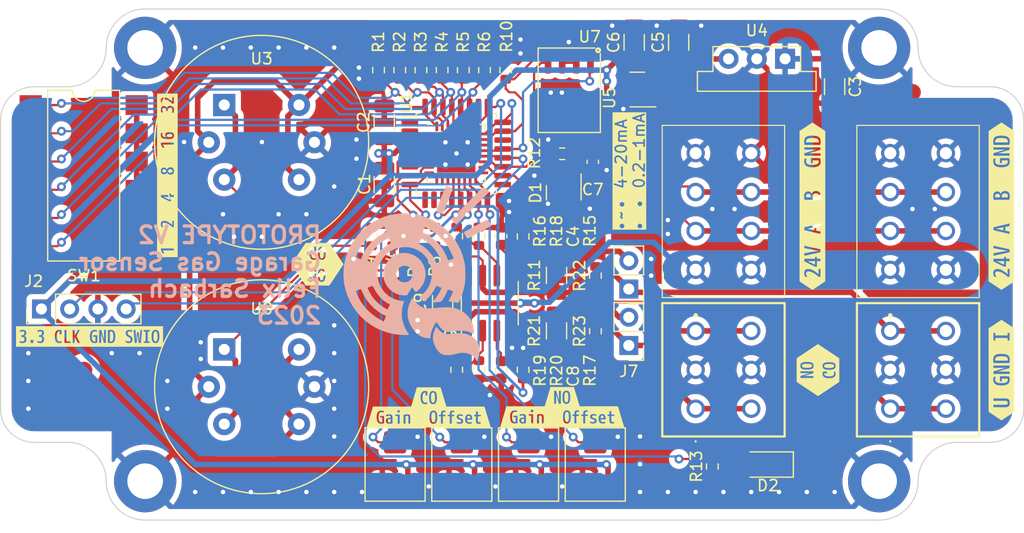
<source format=kicad_pcb>
(kicad_pcb (version 20221018) (generator pcbnew)
  (layers (0 "F.Cu" signal) (31 "B.Cu" signal) (34 "B.Paste" user) (35 "F.Paste" user) (36 "B.SilkS" user "B.Silkscreen") (37 "F.SilkS" user "F.Silkscreen") (38 "B.Mask" user) (39 "F.Mask" user) (44 "Edge.Cuts" user))
  (net 0 "")
  (net 1 "Net-(D2-A)")
  (net 2 "GND")
  (net 3 "+5V")
  (net 4 "+24V")
  (net 5 "+3.3V")
  (net 24 "Net-(U8-B1)")
  (net 25 "Net-(U3-B1)")
  (net 26 "Net-(J6-Pin_2)")
  (net 27 "Net-(J7-Pin_2)")
  (net 28 "Net-(U9B-+)")
  (net 29 "Net-(U9A-+)")
  (net 30 "Net-(U9B--)")
  (net 31 "Net-(U9A--)")
  (net 32 "U_Out_NO")
  (net 33 "RS485-B")
  (net 34 "RS485-A")
  (net 35 "SWCLK")
  (net 36 "SWDIO")
  (net 37 "I_Out_NO")
  (net 38 "I_Out_CO")
  (net 39 "U_Out_CO")
  (net 40 "analog_PWM_CO")
  (net 41 "analog_PWM_NO")
  (net 42 "LED")
  (net 43 "NO2")
  (net 44 "CO")
  (net 45 "Gain_CO")
  (net 46 "offset_CO")
  (net 47 "Gain_NO")
  (net 48 "offset_NO")
  (net 49 "DIP0")
  (net 50 "DIP1")
  (net 51 "DIP2")
  (net 52 "DIP3")
  (net 53 "DIP4")
  (net 54 "DIP5")
  (net 55 "UART_RX")
  (net 56 "UART_TX")
  (net 57 "T_NRST-Button")
  (net 58 "Read_!Enable")
  (footprint "Resistor_SMD:R_0603_1608Metric" (layer "F.Cu") (at 175.445 24.5 90)
    (fp_text reference "R10")
    (fp_text value "R10K")
  )
  (footprint "Connector_PinHeader_2.54mm:PinHeader_1x04_P2.54mm_Vertical" (layer "F.Cu") (at 133.7 46 90)
    (fp_text reference "J2")
    (fp_text value "Screw_Terminal_01x04")
  )
  (footprint "Capacitor_SMD:C_1206_3216Metric" (layer "F.Cu") (at 164.5254 34.8 -90)
    (fp_text reference "C1")
    (fp_text value "CAP4.7nF")
  )
  (footprint "Resistor_SMD:R_0603_1608Metric" (layer "F.Cu") (at 171.04 51.4746 -90)
    (fp_text reference "R19")
    (fp_text value "2.2k")
  )
  (footprint "Package_TO_SOT_SMD:SOT-23" (layer "F.Cu") (at 180.665 35.5375 -90)
    (fp_text reference "D1")
    (fp_text value "SM712_SOT23")
  )
  (footprint "MountingHole:MountingHole_3.2mm_M3_DIN965_Pad" (layer "F.Cu") (at 143.0254 61.5)
    (fp_text reference "H4" hide)
    (fp_text value "MountingHole_Pad")
  )
  (footprint "Resistor_SMD:R_0603_1608Metric" (layer "F.Cu") (at 173.54 24.5 90)
    (fp_text reference "R6")
    (fp_text value "R10K")
  )
  (footprint "Resistor_SMD:R_1206_3216Metric_Pad1.30x1.75mm_HandSolder" (layer "F.Cu") (at 180.015 42.9746 90)
    (fp_text reference "R11")
    (fp_text value "R470")
  )
  (footprint "PCM_Potentiometer_SMD_AKL:Potentiometer_Bourns_3214J_Horizontal" (layer "F.Cu") (at 183.5 60 -90)
    (fp_text reference "RV4" hide)
    (fp_text value "R_Poti_1K" hide)
  )
  (footprint "kibuzzard-64EB9F88" (layer "F.Cu") (at 158.5254 41.9746)
    (fp_text reference "kibuzzard-64EB9F88" hide)
    (fp_text value "G***" hide)
  )
  (footprint "Capacitor_SMD:C_1206_3216Metric" (layer "F.Cu") (at 191 22 90)
    (fp_text reference "C5")
    (fp_text value "CAP22uF")
  )
  (footprint "Sensor:MQ-6" (layer "F.Cu") (at 150.14 27.64)
    (fp_text reference "U3")
    (fp_text value "MQ-6")
  )
  (footprint "Fiducial:Fiducial_1.5mm_Mask3mm" (layer "F.Cu") (at 212.0254 26.5)
    (fp_text reference "FID2" hide)
    (fp_text value "Fiducial")
  )
  (footprint "Resistor_SMD:R_0603_1608Metric" (layer "F.Cu") (at 177.015 39.4746 -90)
    (fp_text reference "R15")
    (fp_text value "1k")
  )
  (footprint "Resistor_SMD:R_0603_1608Metric" (layer "F.Cu") (at 171.635 24.5 90)
    (fp_text reference "R5")
    (fp_text value "R10K")
  )
  (footprint "Capacitor_SMD:C_0603_1608Metric" (layer "F.Cu") (at 175.04 51.4746 -90)
    (fp_text reference "C8")
    (fp_text value "470nF")
  )
  (footprint "kibuzzard-64E958FD" (layer "F.Cu") (at 168.5254 53.9746)
    (fp_text reference "kibuzzard-64E958FD" hide)
    (fp_text value "G***" hide)
  )
  (footprint "kibuzzard-64ECCA80" (layer "F.Cu") (at 220.0254 36.75 90)
    (fp_text reference "kibuzzard-64ECCA80" hide)
    (fp_text value "G***" hide)
  )
  (footprint "Connector_PinHeader_2.54mm:PinHeader_1x02_P2.54mm_Vertical" (layer "F.Cu") (at 186.515 44.2046 180)
    (fp_text reference "J6" hide)
    (fp_text value "Conn_01x02_Pin")
  )
  (footprint "PCM_Potentiometer_SMD_AKL:Potentiometer_Bourns_3214J_Horizontal" (layer "F.Cu") (at 171.5 60 -90)
    (fp_text reference "RV2" hide)
    (fp_text value "R_Poti_1K" hide)
  )
  (footprint "kibuzzard-650224F1" (layer "F.Cu") (at 203.5254 51.5 90)
    (fp_text reference "kibuzzard-650224F1" hide)
    (fp_text value "G***" hide)
  )
  (footprint "Capacitor_SMD:C_1206_3216Metric" (layer "F.Cu") (at 164.5254 29.2 90)
    (fp_text reference "C2")
    (fp_text value "CAP100nF")
  )
  (footprint "Resistor_SMD:R_0603_1608Metric" (layer "F.Cu") (at 183.515 48 90)
    (fp_text reference "R23")
    (fp_text value "10KR")
  )
  (footprint "LED_SMD:LED_1206_3216Metric" (layer "F.Cu") (at 199.0254 60 180)
    (fp_text reference "D2")
    (fp_text value "IR26-21C_L110_TR8")
  )
  (footprint "Resistor_SMD:R_0603_1608Metric" (layer "F.Cu") (at 164.015 24.5 90)
    (fp_text reference "R1")
    (fp_text value "R10K")
  )
  (footprint "Converter_DCDC:Converter_DCDC_Murata_OKI-78SR_Vertical" (layer "F.Cu") (at 200.5654 23.485 180)
    (fp_text reference "U4")
    (fp_text value "OKI-78SR-5_1.5-W36-C")
  )
  (footprint "Package_TO_SOT_SMD:SOT-23" (layer "F.Cu") (at 187.2754 26.25 180)
    (fp_text reference "U5")
    (fp_text value "AP2127N-3.3")
  )
  (footprint "Capacitor_SMD:C_1206_3216Metric" (layer "F.Cu") (at 205.0254 26 -90)
    (fp_text reference "C3")
    (fp_text value "CAP10uF")
  )
  (footprint "Resistor_SMD:R_0603_1608Metric" (layer "F.Cu") (at 194.0254 60.175 90)
    (fp_text reference "R13")
    (fp_text value "R100")
  )
  (footprint "kibuzzard-64ECCBAE" (layer "F.Cu") (at 220.0254 51.5 90)
    (fp_text reference "kibuzzard-64ECCBAE" hide)
    (fp_text value "G***" hide)
  )
  (footprint "kibuzzard-650224CC" (layer "F.Cu") (at 180.5254 55.7)
    (fp_text reference "kibuzzard-650224CC" hide)
    (fp_text value "G***" hide)
  )
  (footprint "Resistor_SMD:R_1206_3216Metric_Pad1.30x1.75mm_HandSolder" (layer "F.Cu") (at 180.015 47.9746 90)
    (fp_text reference "R21")
    (fp_text value "R470")
  )
  (footprint "Resistor_SMD:R_0603_1608Metric" (layer "F.Cu") (at 177.015 51.4746 90)
    (fp_text reference "R17")
    (fp_text value "1k")
  )
  (footprint "Connector_Phoenix_SPT:1862068" (layer "F.Cu") (at 210.0254 42.4746 90)
    (fp_text reference "J3" hide)
    (fp_text value "Screw_Terminal_01x08" hide)
  )
  (footprint "Resistor_SMD:R_0603_1608Metric" (layer "F.Cu") (at 169.73 24.5 90)
    (fp_text reference "R4")
    (fp_text value "R10K")
  )
  (footprint "PCM_Potentiometer_SMD_AKL:Potentiometer_Bourns_3214J_Horizontal" (layer "F.Cu") (at 177.5 60 -90)
    (fp_text reference "RV3" hide)
    (fp_text value "R_Poti_1K" hide)
  )
  (footprint "Capacitor_SMD:C_0603_1608Metric" (layer "F.Cu") (at 175.04 39.4496 90)
    (fp_text reference "C4")
    (fp_text value "470nF")
  )
  (footprint "Resistor_SMD:R_0603_1608Metric" (layer "F.Cu") (at 169.095 39.486 90)
    (fp_text reference "R8")
    (fp_text value "R1K")
  )
  (footprint "PCM_Potentiometer_SMD_AKL:Potentiometer_Bourns_3214J_Horizontal" (layer "F.Cu") (at 165.5 60 -90)
    (fp_text reference "RV1" hide)
    (fp_text value "R_Poti_1K" hide)
  )
  (footprint "kibuzzard-64E958EB" (layer "F.Cu") (at 180.5254 53.95)
    (fp_text reference "kibuzzard-64E958EB" hide)
    (fp_text value "G***" hide)
  )
  (footprint "Capacitor_SMD:C_1206_3216Metric" (layer "F.Cu") (at 169.7754 45.5 -90)
    (fp_text reference "C9")
    (fp_text value "CAP1uF")
  )
  (footprint "Sensor:MQ-6" (layer "F.Cu") (at 150.14 49.64)
    (fp_text reference "U8")
    (fp_text value "MQ-6")
  )
  (footprint "Resistor_SMD:R_0603_1608Metric" (layer "F.Cu") (at 183.515 43 90)
    (fp_text reference "R22")
    (fp_text value "10KR")
  )
  (footprint "Connector_Phoenix_SPT:1071000" (layer "F.Cu") (at 210.0254 54.9746 90)
    (fp_text reference "J5" hide)
    (fp_text value "Screw_Terminal_01x06" hide)
  )
  (footprint "MountingHole:MountingHole_3.2mm_M3_DIN965_Pad" (layer "F.Cu") (at 143.0254 22.5)
    (fp_text reference "H2" hide)
    (fp_text value "MountingHole_Pad")
  )
  (footprint "Resistor_SMD:R_0603_1608Metric" (layer "F.Cu") (at 165.92 24.5 90)
    (fp_text reference "R2")
    (fp_text value "R10K")
  )
  (footprint "PCM_Package_SO_AKL:SOIC-8_3.9x4.9mm_P1.27mm" (layer "F.Cu") (at 181.16 26.315 -90)
    (fp_text reference "U7")
    (fp_text value "LT1785xS8" hide)
  )
  (footprint "MountingHole:MountingHole_3.2mm_M3_DIN965_Pad" (layer "F.Cu") (at 209.0254 22.5)
    (fp_text reference "H1" hide)
    (fp_text value "MountingHole_Pad")
  )
  (footprint "kibuzzard-64ECCA5B" (layer "F.Cu") (at 203.0254 36.75 90)
    (fp_text reference "kibuzzard-64ECCA5B" hide)
    (fp_text value "G***" hide)
  )
  (footprint "Resistor_SMD:R_0603_1608Metric" (layer "F.Cu") (at 165.285 39.486 90)
    (fp_text reference "R14")
    (fp_text value "R1K")
  )
  (footprint "Package_SO:SOIC-8_3.9x4.9mm_P1.27mm" (layer "F.Cu") (at 174.015 45.4746 90)
    (fp_text reference "U9")
    (fp_text value "AD8676")
  )
  (footprint "kibuzzard-64E92756" (layer "F.Cu") (at 145.0254 33.9746 90)
    (fp_text reference "kibuzzard-64E92756" hide)
    (fp_text value "G***" hide)
  )
  (footprint "Package_DFN_QFN:QFN-32-1EP_5x5mm_P0.5mm_EP3.45x3.45mm" (layer "F.Cu") (at 171 32)
    (fp_text reference "U2" hide)
    (fp_text value "STM32G031K8Ux")
  )
  (footprint "Package_QFP:LQFP-32_7x7mm_P0.8mm" (layer "F.Cu") (at 171 32)
    (fp_text reference "U1")
    (fp_text value "STM32G031K8Tx")
  )
  (footprint "Resistor_SMD:R_0603_1608Metric" (layer "F.Cu") (at 163.38 39.486 90)
    (fp_text reference "R9")
    (fp_text value "470R")
  )
  (footprint "MountingHole:MountingHole_3.2mm_M3_DIN965_Pad" (layer "F.Cu") (at 209.0254 61.5)
    (fp_text reference "H3" hide)
    (fp_text value "MountingHole_Pad")
  )
  (footprint "Connector_Phoenix_SPT:1862068" (layer "F.Cu") (at 192.5254 42.4746 90)
    (fp_text reference "J1" hide)
    (fp_text value "Screw_Terminal_01x08" hide)
  )
  (footprint "Resistor_SMD:R_0603_1608Metric" (layer "F.Cu") (at 173.04 51.4746 -90)
    (fp_text reference "R20")
    (fp_text value "R1K")
  )
  (footprint "Capacitor_SMD:C_0603_1608Metric" (layer "F.Cu") (at 183.2754 32.75 -90)
    (fp_text reference "C7")
    (fp_text value "CAP100nF")
  )
  (footprint "Connector_Phoenix_SPT:1071000" (layer "F.Cu") (at 192.5254 54.9746 90)
    (fp_text reference "J4" hide)
    (fp_text value "Screw_Terminal_01x06" hide)
  )
  (footprint "Capacitor_SMD:C_1206_3216Metric" (layer "F.Cu") (at 187 22 90)
    (fp_text reference "C6")
    (fp_text value "CAP1uF")
  )
  (footprint "Resistor_SMD:R_0603_1608Metric" (layer "F.Cu") (at 173.04 39.4496 90)
    (fp_text reference "R18")
    (fp_text value "R1K")
  )
  (footprint "Package_DIP:SMDIP-12_W9.53mm" (layer "F.Cu") (at 137.5 34)
    (fp_text reference "SW1")
    (fp_text value "SW_DIP_x06")
  )
  (footprint "Resistor_SMD:R_0603_1608Metric" (layer "F.Cu") (at 171.04 39.4496 90)
    (fp_text reference "R16")
    (fp_text value "2.2k")
  )
  (footprint "Resistor_SMD:R_0603_1608Metric" (layer "F.Cu") (at 180.525 32.03)
    (fp_text reference "R12")
    (fp_text value "R220")
  )
  (footprint "Connector_PinHeader_2.54mm:PinHeader_1x02_P2.54mm_Vertical" (layer "F.Cu") (at 186.515 49.2846 180)
    (fp_text reference "J7")
    (fp_text value "Conn_01x02_Pin")
  )
  (footprint "kibuzzard-650224BF" (layer "F.Cu") (at 168.5254 55.7246)
    (fp_text reference "kibuzzard-650224BF" hide)
    (fp_text value "G***" hide)
  )
  (footprint "Resistor_SMD:R_0603_1608Metric" (layer "F.Cu") (at 167.825 24.5 90)
    (fp_text reference "R3")
    (fp_text value "R10K")
  )
  (footprint "Resistor_SMD:R_0603_1608Metric" (layer "F.Cu") (at 167.19 39.486 90)
    (fp_text reference "R7")
    (fp_text value "470R")
  )
  (footprint "Fiducial:Fiducial_1.5mm_Mask3mm" (layer "F.Cu") (at 137.5254 51.5)
    (fp_text reference "FID1" hide)
    (fp_text value "Fiducial")
  )
  (footprint "kibuzzard-64E925B6" (layer "F.Cu") (at 138.0254 48.4746)
    (fp_text reference "kibuzzard-64E925B6" hide)
    (fp_text value "G***" hide)
  )
  (footprint "Custom_Library:gas-sensor_ICON" (layer "B.Cu") (at 167.5254 43.4746 180)
    (fp_text reference "G***" hide)
    (fp_text value "LOGO" hide)
  )
  (gr_line (start 219.0254 26) (end 216.0254 26) (stroke (width 0.1)) (layer "Edge.Cuts"))
  (gr_arc (start 212.5254 61.5) (mid 211.500274 63.974874) (end 209.0254 65) (stroke (width 0.1)) (layer "Edge.Cuts"))
  (gr_line (start 130.0254 29) (end 130.0254 55) (stroke (width 0.1)) (layer "Edge.Cuts"))
  (gr_line (start 216.0254 58) (end 219.0254 58) (stroke (width 0.1)) (layer "Edge.Cuts"))
  (gr_arc (start 212.5254 61.5) (mid 213.550526 59.025126) (end 216.0254 58) (stroke (width 0.1)) (layer "Edge.Cuts"))
  (gr_arc (start 143.0254 65) (mid 140.550526 63.974874) (end 139.5254 61.5) (stroke (width 0.1)) (layer "Edge.Cuts"))
  (gr_line (start 222.0254 55) (end 222.0254 29) (stroke (width 0.1)) (layer "Edge.Cuts"))
  (gr_line (start 209.0254 19) (end 143.0254 19) (stroke (width 0.1)) (layer "Edge.Cuts"))
  (gr_line (start 133.0254 58) (end 136.0254 58) (stroke (width 0.1)) (layer "Edge.Cuts"))
  (gr_arc (start 222.0254 55) (mid 221.14672 57.12132) (end 219.0254 58) (stroke (width 0.1)) (layer "Edge.Cuts"))
  (gr_arc (start 139.5254 22.5) (mid 138.500274 24.974874) (end 136.0254 26) (stroke (width 0.1)) (layer "Edge.Cuts"))
  (gr_arc (start 209.0254 19) (mid 211.500274 20.025126) (end 212.5254 22.5) (stroke (width 0.1)) (layer "Edge.Cuts"))
  (gr_arc (start 216.0254 26) (mid 213.550526 24.974874) (end 212.5254 22.5) (stroke (width 0.1)) (layer "Edge.Cuts"))
  (gr_arc (start 219.0254 26) (mid 221.14672 26.87868) (end 222.0254 29) (stroke (width 0.1)) (layer "Edge.Cuts"))
  (gr_arc (start 139.5254 22.5) (mid 140.550526 20.025126) (end 143.0254 19) (stroke (width 0.1)) (layer "Edge.Cuts"))
  (gr_arc (start 136.0254 58) (mid 138.500274 59.025126) (end 139.5254 61.5) (stroke (width 0.1)) (layer "Edge.Cuts"))
  (gr_line (start 143.0254 65) (end 209.0254 65) (stroke (width 0.1)) (layer "Edge.Cuts"))
  (gr_line (start 136.0254 26) (end 133.0254 26) (stroke (width 0.1)) (layer "Edge.Cuts"))
  (gr_arc (start 133.0254 58) (mid 130.90408 57.12132) (end 130.0254 55) (stroke (width 0.1)) (layer "Edge.Cuts"))
  (gr_arc (start 130.0254 29) (mid 130.90408 26.87868) (end 133.0254 26) (stroke (width 0.1)) (layer "Edge.Cuts"))
  (gr_text "PROTOTYPE V2\nGarage Gas Sensor \nFelix Sarbach\n2023" (at 159.0254 47.4746) (layer "B.SilkS") (effects (font (size 1.5 1.5) (thickness 0.3) bold) (justify left bottom mirror)))
  (gr_text "•~• 4-20mA\n• • 0.2-1mA\n" (at 188.0254 39.25 90) (layer "F.SilkS" knockout) (effects (font (size 1 1)) (justify left bottom)))
  (segment (start 194.0254 61) (end 195.1504 61) (width 0.2) (layer "F.Cu") (net 1))
  (segment (start 196.1504 60) (end 197.6254 60) (width 0.2) (layer "F.Cu") (net 1))
  (segment (start 195.1504 61) (end 196.1504 60) (width 0.2) (layer "F.Cu") (net 1))
  (segment (start 170.75 32.25) (end 171 32) (width 0.25) (layer "F.Cu") (net 2))
  (segment (start 164.8754 34.75) (end 164.888573 34.75) (width 0.25) (layer "F.Cu") (net 2))
  (segment (start 165.7504 32.781602) (end 166.132002 32.4) (width 0.25) (layer "F.Cu") (net 2))
  (segment (start 171.0254 31.9746) (end 171 32) (width 0.25) (layer "F.Cu") (net 2))
  (segment (start 164.5254 36.475) (end 164.5254 35.1) (width 0.25) (layer "F.Cu") (net 2))
  (segment (start 164.5254 35.1) (end 164.8754 34.75) (width 0.25) (layer "F.Cu") (net 2))
  (segment (start 166.388604 32.25) (end 166.975 32.25) (width 0.25) (layer "F.Cu") (net 2))
  (segment (start 166.132002 32.4) (end 166.388604 32.4) (width 0.25) (layer "F.Cu") (net 2))
  (segment (start 168.5625 32.25) (end 170.75 32.25) (width 0.25) (layer "F.Cu") (net 2))
  (segment (start 171 32) (end 171.0254 32) (width 0.25) (layer "F.Cu") (net 2))
  (segment (start 166.975 32.25) (end 168.5625 32.25) (width 0.25) (layer "F.Cu") (net 2))
  (segment (start 164.888573 34.75) (end 165.7504 33.888173) (width 0.25) (layer "F.Cu") (net 2))
  (segment (start 171.0254 32) (end 171.0254 31.9746) (width 0.25) (layer "F.Cu") (net 2))
  (segment (start 166.825 32.4) (end 166.975 32.25) (width 0.2) (layer "F.Cu") (net 2))
  (segment (start 165.7504 33.888173) (end 165.7504 32.781602) (width 0.25) (layer "F.Cu") (net 2))
  (via (at 160.0254 52.4746) (size 0.8) (drill 0.4) (layers "F.Cu" "B.Cu") (net 2))
  (via (at 167.5254 48) (size 0.8) (drill 0.4) (layers "F.Cu" "B.Cu") (net 2))
  (via (at 183.015 36.9746) (size 0.8) (drill 0.4) (layers "F.Cu" "B.Cu") (net 2))
  (via (at 160.0254 62.4746) (size 0.8) (drill 0.4) (layers "F.Cu" "B.Cu") (net 2))
  (via (at 170.5254 42) (size 0.8) (drill 0.4) (layers "F.Cu" "B.Cu") (net 2))
  (via (at 157.5254 62.4746) (size 0.8) (drill 0.4) (layers "F.Cu" "B.Cu") (net 2))
  (via (at 145.0254 52.4746) (size 0.8) (drill 0.4) (layers "F.Cu" "B.Cu") (net 2))
  (via (at 148.0254 50.5) (size 0.8) (drill 0.4) (layers "F.Cu" "B.Cu") (net 2))
  (via (at 190.0254 62.4746) (size 0.8) (drill 0.4) (layers "F.Cu" "B.Cu") (net 2))
  (via (at 212.0254 37) (size 0.8) (drill 0.4) (layers "F.Cu" "B.Cu") (net 2))
  (via (at 184.5254 33.5) (size 0.8) (drill 0.4) (layers "F.Cu" "B.Cu") (net 2))
  (via (at 150.0254 62.4746) (size 0.8) (drill 0.4) (layers "F.Cu" "B.Cu") (net 2))
  (via (at 173.5254 57.5) (size 0.8) (drill 0.4) (layers "F.Cu" "B.Cu") (net 2))
  (via (at 152.5254 62.4746) (size 0.8) (drill 0.4) (layers "F.Cu" "B.Cu") (net 2))
  (via (at 146.5254 30.9746) (size 0.8) (drill 0.4) (layers "F.Cu" "B.Cu") (net 2))
  (via (at 188.5254 43) (size 0.8) (drill 0.4) (layers "F.Cu" "B.Cu") (net 2))
  (via (at 162.0254 32.4746) (size 0.8) (drill 0.4) (layers "F.Cu" "B.Cu") (net 2))
  (via (at 202.5254 62.4746) (size 0.8) (drill 0.4) (layers "F.Cu" "B.Cu") (net 2))
  (via (at 155.0254 62.4746) (size 0.8) (drill 0.4) (layers "F.Cu" "B.Cu") (net 2))
  (via (at 196.0254 37) (size 0.8) (drill 0.4) (layers "F.Cu" "B.Cu") (net 2))
  (via (at 160.0254 22.4746) (size 0.8) (drill 0.4) (layers "F.Cu" "B.Cu") (net 2))
  (via (at 150.0254 22.4746) (size 0.8) (drill 0.4) (layers "F.Cu" "B.Cu") (net 2))
  (via (at 175.7506 36.2762) (size 0.8) (drill 0.4) (layers "F.Cu" "B.Cu") (net 2))
  (via (at 168.5254 61.9746) (size 0.8) (drill 0.4) (layers "F.Cu" "B.Cu") (net 2))
  (via (at 195.0254 62.4746) (size 0.8) (drill 0.4) (layers "F.Cu" "B.Cu") (net 2))
  (via (at 132.5254 54.9746) (size 0.8) (drill 0.4) (layers "F.Cu" "B.Cu") (net 2))
  (via (at 170.0254 31) (size 0.8) (drill 0.4) (layers "F.Cu" "B.Cu") (net 2))
  (via (at 190.0254 38) (size 0.8) (drill 0.4) (layers "F.Cu" "B.Cu") (net 2))
  (via (at 147.5254 22.4746) (size 0.8) (drill 0.4) (layers "F.Cu" "B.Cu") (net 2))
  (via (at 190.0254 39.25) (size 0.8) (drill 0.4) (layers "F.Cu" "B.Cu") (net 2))
  (via (at 181.1254 21.9746) (size 0.8) (drill 0.4) (layers "F.Cu" "B.Cu") (net 2))
  (via (at 150.0254 37.4746) (size 0.8) (drill 0.4) (layers "F.Cu" "B.Cu") (net 2))
  (via (at 200.0254 62.4746) (size 0.8) (drill 0.4) (layers "F.Cu" "B.Cu") (net 2))
  (via (at 153.5254 30.9746) (size 0.8) (drill 0.4) (layers "F.Cu" "B.Cu") (net 2))
  (via (at 177.015 49.5) (size 0.8) (drill 0.4) (layers "F.Cu" "B.Cu") (net 2))
  (via (at 151.0254 39.5) (size 0.8) (drill 0.4) (layers "F.Cu" "B.Cu") (net 2))
  (via (at 179.2754 30.75) (size 0.8) (drill 0.4) (layers "F.Cu" "B.Cu") (net 2))
  (via (at 167.5254 57.5) (size 0.8) (drill 0.4) (layers "F.Cu" "B.Cu") (net 2))
  (via (at 157.5254 22.4746) (size 0.8) (drill 0.4) (layers "F.Cu" "B.Cu") (net 2))
  (via (at 174.5254 61.9746) (size 0.8) (drill 0.4) (layers "F.Cu" "B.Cu") (net 2))
  (via (at 145.0254 54.9746) (size 0.8) (drill 0.4) (layers "F.Cu" "B.Cu") (net 2))
  (via (at 132.5254 52.4746) (size 0.8) (drill 0.4) (layers "F.Cu" "B.Cu") (net 2))
  (via (at 185.5254 57.5) (size 0.8) (drill 0.4) (layers "F.Cu" "B.Cu") (net 2))
  (via (at 162.2506 24.2762) (size 0.8) (drill 0.4) (layers "F.Cu" "B.Cu") (net 2))
  (via (at 140.0254 49.9746) (size 0.8) (drill 0.4) (layers "F.Cu" "B.Cu") (net 2))
  (via (at 185.0254 20.5) (size 0.8) (drill 0.4) (layers "F.Cu" "B.Cu") (net 2))
  (via (at 161.7754 41.5) (size 0.8) (drill 0.4) (layers "F.Cu" "B.Cu") (net 2))
  (via (at 157.5254 37.4746) (size 0.8) (drill 0.4) (layers "F.Cu" "B.Cu") (net 2))
  (via (at 187.5254 57.4746) (size 0.8) (drill 0.4) (layers "F.Cu" "B.Cu") (net 2))
  (via (at 162.5254 62.4746) (size 0.8) (drill 0.4) (layers "F.Cu" "B.Cu") (net 2))
  (via (at 160.0254 49.9746) (size 0.8) (drill 0.4) (layers "F.Cu" "B.Cu") (net 2))
  (via (at 205.0254 62.4746) (size 0.8) (drill 0.4) (layers "F.Cu" "B.Cu") (net 2))
  (via (at 189.0254 20.5) (size 0.8) (drill 0.4) (layers "F.Cu" "B.Cu") (net 2))
  (via (at 194.0254 37) (size 0.8) (drill 0.4) (layers "F.Cu" "B.Cu") (net 2))
  (via (at 162.0254 30.75) (size 0.8) (drill 0.4) (layers "F.Cu" "B.Cu") (net 2))
  (via (at 174.0254 53.75) (size 0.8) (drill 0.4) (layers "F.Cu" "B.Cu") (net 2))
  (via (at 171.0254 32) (size 0.8) (drill 0.4) (layers "F.Cu" "B.Cu") (net 2))
  (via (at 160.0254 57.4746) (size 0.8) (drill 0.4) (layers "F.Cu" "B.Cu") (net 2))
  (via (at 214.0254 37) (size 0.8) (drill 0.4) (layers "F.Cu" "B.Cu") (net 2))
  (via (at 186.0254 28) (size 0.8) (drill 0.4) (layers "F.Cu" "B.Cu") (net 2))
  (via (at 155.0254 22.4746) (size 0.8) (drill 0.4) (layers "F.Cu" "B.Cu") (net 2))
  (via (at 148.0254 49) (size 0.8) (drill 0.4) (layers "F.Cu" "B.Cu") (net 2))
  (via (at 197.5254 62.4746) (size 0.8) (drill 0.4) (layers "F.Cu" "B.Cu") (net 2))
  (via (at 132.5254 49.9746) (size 0.8) (drill 0.4) (layers "F.Cu" "B.Cu") (net 2))
  (via (at 167.5254 47) (size 0.8) (drill 0.4) (layers "F.Cu" "B.Cu") (net 2))
  (via (at 172.0254 33) (size 0.8) (drill 0.4) (layers "F.Cu" "B.Cu") (net 2))
  (via (at 180.5254 61.9746) (size 0.8) (drill 0.4) (layers "F.Cu" "B.Cu") (net 2))
  (via (at 147.5254 62.4746) (size 0.8) (drill 0.4) (layers "F.Cu" "B.Cu") (net 2))
  (via (at 160.0254 47.4746) (size 0.8) (drill 0.4) (layers "F.Cu" "B.Cu") (net 2))
  (via (at 192.5254 62.4746) (size 0.8) (drill 0.4) (layers "F.Cu" "B.Cu") (net 2))
  (via (at 176.7754 23) (size 0.8) (drill 0.4) (layers "F.Cu" "B.Cu") (net 2))
  (via (at 179.5006 26.5262) (size 0.8) (drill 0.4) (layers "F.Cu" "B.Cu") (net 2))
  (via (at 176.015 49.5) (size 0.8) (drill 0.4) (layers "F.Cu" "B.Cu") (net 2))
  (via (at 193.0254 20.5) (size 0.8) (drill 0.4) (layers "F.Cu" "B.Cu") (net 2))
  (via (at 142.5254 49.9746) (size 0.8) (drill 0.4) (layers "F.Cu" "B.Cu") (net 2))
  (via (at 175.7506 37.2762) (size 0.8) (drill 0.4) (layers "F.Cu" "B.Cu") (net 2))
  (via (at 178.0254 34) (size 0.8) (drill 0.4) (layers "F.Cu" "B.Cu") (net 2))
  (via (at 179.5254 57.5) (size 0.8) (drill 0.4) (layers "F.Cu" "B.Cu") (net 2))
  (via (at 172.0254 31) (size 0.8) (drill 0.4) (layers "F.Cu" "B.Cu") (net 2))
  (via (at 187.5254 62.4746) (size 0.8) (drill 0.4) (layers "F.Cu" "B.Cu") (net 2))
  (via (at 180.5006 26.5262) (size 0.8) (drill 0.4) (layers "F.Cu" "B.Cu") (net 2))
  (via (at 155.0254 37.4746) (size 0.8) (drill 0.4) (layers "F.Cu" "B.Cu") (net 2))
  (via (at 188.5254 41.5) (size 0.8) (drill 0.4) (layers "F.Cu" "B.Cu") (net 2))
  (via (at 160.0254 34.9746) (size 0.8) (drill 0.4) (layers "F.Cu" "B.Cu") (net 2))
  (via (at 152.5254 22.4746) (size 0.8) (drill 0.4) (layers "F.Cu" "B.Cu") (net 2))
  (via (at 179.2506 36.5262) (size 0.8) (drill 0.4) (layers "F.Cu" "B.Cu") (net 2))
  (via (at 162.2506 25.2762) (size 0.8) (drill 0.4) (layers "F.Cu" "B.Cu") (net 2))
  (via (at 176.7754 21.75) (size 0.8) (drill 0.4) (layers "F.Cu" "B.Cu") (net 2))
  (via (at 153.5254 39.5) (size 0.8) (drill 0.4) (layers "F.Cu" "B.Cu") (net 2))
  (via (at 160.0254 54.9746) (size 0.8) (drill 0.4) (layers "F.Cu" "B.Cu") (net 2))
  (via (at 170.0254 33) (size 0.8) (drill 0.4) (layers "F.Cu" "B.Cu") (net 2))
  (via (at 187.5254 59.9746) (size 0.8) (drill 0.4) (layers "F.Cu" "B.Cu") (net 2))
  (segment (start 155.86 55.36) (end 155.86 50.64) (width 0.5) (layer "F.Cu") (net 3))
  (segment (start 195.4704 23.5) (end 195.4854 23.485) (width 0.5) (layer "F.Cu") (net 3))
  (segment (start 149.25 25.5) (end 154.72 25.5) (width 0.5) (layer "F.Cu") (net 3))
  (segment (start 156.86 27.64) (end 164 20.5) (width 0.5) (layer "F.Cu") (net 3))
  (segment (start 155.86 33.36) (end 156.86 34.36) (width 0.5) (layer "F.Cu") (net 3))
  (segment (start 155.86 50.64) (end 156.86 49.64) (width 0.5) (layer "F.Cu") (net 3))
  (segment (start 156.86 56.36) (end 155.86 55.36) (width 0.5) (layer "F.Cu") (net 3))
  (segment (start 191 23.5) (end 195.4704 23.5) (width 0.5) (layer "F.Cu") (net 3))
  (segment (start 191 24.9004) (end 191 23.5) (width 0.5) (layer "F.Cu") (net 3))
  (segment (start 184.7754 22) (end 189.525 22) (width 0.5) (layer "F.Cu") (net 3))
  (segment (start 148.75 31) (end 147.0254 32.7246) (width 0.5) (layer "F.Cu") (net 3))
  (segment (start 156.86 27.64) (end 155.86 28.64) (width 0.5) (layer "F.Cu") (net 3))
  (segment (start 186.3379 26.25) (end 189.6504 26.25) (width 0.5) (layer "F.Cu") (net 3))
  (segment (start 189.525 22) (end 191 23.475) (width 0.5) (layer "F.Cu") (net 3))
  (segment (start 147.0254 32.7246) (end 147.0254 51.2754) (width 0.5) (layer "F.Cu") (net 3))
  (segment (start 147.75 30) (end 147.75 27) (width 0.5) (layer "F.Cu") (net 3))
  (segment (start 147.75 56.75) (end 149.5 58.5) (width 0.5) (layer "F.Cu") (net 3))
  (segment (start 149.5 58.5) (end 154.72 58.5) (width 0.5) (layer "F.Cu") (net 3))
  (segment (start 147.75 54) (end 147.75 56.75) (width 0.5) (layer "F.Cu") (net 3))
  (segment (start 148.75 31) (end 147.75 30) (width 0.5) (layer "F.Cu") (net 3))
  (segment (start 183.2754 20.5) (end 184.7754 22) (width 0.5) (layer "F.Cu") (net 3))
  (segment (start 154.72 58.5) (end 156.86 56.36) (width 0.5) (layer "F.Cu") (net 3))
  (segment (start 147.75 27) (end 149.25 25.5) (width 0.5) (layer "F.Cu") (net 3))
  (segment (start 148.75 53) (end 147.75 54) (width 0.5) (layer "F.Cu") (net 3))
  (segment (start 147.0254 51.2754) (end 148.75 53) (width 0.5) (layer "F.Cu") (net 3))
  (segment (start 154.72 25.5) (end 156.86 27.64) (width 0.5) (layer "F.Cu") (net 3))
  (segment (start 155.86 28.64) (end 155.86 33.36) (width 0.5) (layer "F.Cu") (net 3))
  (segment (start 189.6504 26.25) (end 191 24.9004) (width 0.5) (layer "F.Cu") (net 3))
  (segment (start 164 20.5) (end 183.2754 20.5) (width 0.5) (layer "F.Cu") (net 3))
  (segment (start 170.2504 43.775) (end 171.0258 42.9996) (width 0.5) (layer "F.Cu") (net 4))
  (segment (start 178.0314 45.4746) (end 171.25 45.4746) (width 0.5) (layer "F.Cu") (net 4))
  (segment (start 201.04 23.485) (end 204.0104 23.485) (width 0.5) (layer "F.Cu") (net 4))
  (segment (start 204.0104 23.485) (end 205.0254 24.5) (width 0.5) (layer "F.Cu") (net 4))
  (segment (start 171.25 45.4746) (end 170.2504 44.475) (width 0.5) (layer "F.Cu") (net 4))
  (segment (start 171.0258 42.9996) (end 172.11 42.9996) (width 0.5) (layer "F.Cu") (net 4))
  (segment (start 170.2504 44.475) (end 170.2504 43.775) (width 0.5) (layer "F.Cu") (net 4))
  (via (at 176.7614 45.4746) (size 0.8) (drill 0.4) (layers "F.Cu" "B.Cu") (net 4))
  (via (at 178.0314 45.4746) (size 0.8) (drill 0.4) (layers "F.Cu" "B.Cu") (net 4))
  (segment (start 179.3749 45.4005) (end 184.7754 40) (width 0.5) (layer "B.Cu") (net 4))
  (segment (start 178.7754 45.4005) (end 179.3749 45.4005) (width 0.5) (layer "B.Cu") (net 4))
  (segment (start 176.7614 45.4746) (end 176.8355 45.4005) (width 0.5) (layer "B.Cu") (net 4))
  (segment (start 176.8355 45.4005) (end 178.7754 45.4005) (width 0.5) (layer "B.Cu") (net 4))
  (segment (start 184.7754 40) (end 188.7754 40) (width 0.5) (layer "B.Cu") (net 4))
  (segment (start 178.7754 45.4005) (end 179.0209 45.4005) (width 0.5) (layer "B.Cu") (net 4))
  (segment (start 188.7754 40) (end 190.7754 42) (width 0.5) (layer "B.Cu") (net 4))
  (segment (start 165.4314 32) (end 165.8314 31.6) (width 0.5) (layer "F.Cu") (net 5))
  (segment (start 183.2754 30.75) (end 183.2754 31.975) (width 0.5) (layer "F.Cu") (net 5))
  (segment (start 178.65 60.15) (end 178.5 60) (width 0.5) (layer "F.Cu") (net 5))
  (segment (start 164.9504 32) (end 165.4314 32) (width 0.5) (layer "F.Cu") (net 5))
  (segment (start 165.8314 31.6) (end 166.825 31.6) (width 0.5) (layer "F.Cu") (net 5))
  (segment (start 139.35 40.35) (end 142.265 40.35) (width 0.5) (layer "F.Cu") (net 5))
  (segment (start 142.265 27.65) (end 142.265 40.35) (width 0.5) (layer "F.Cu") (net 5))
  (segment (start 184.3008 31.9746) (end 184.5254 31.75) (width 0.5) (layer "F.Cu") (net 5))
  (segment (start 183.065 28.79) (end 183.065 30.5396) (width 0.5) (layer "F.Cu") (net 5))
  (segment (start 133.7 46) (end 139.35 40.35) (width 0.5) (layer "F.Cu") (net 5))
  (segment (start 166.825 31.6) (end 166.975 31.75) (width 0.25) (layer "F.Cu") (net 5))
  (segment (start 188.2754 24.5) (end 187.2504 23.475) (width 0.5) (layer "F.Cu") (net 5))
  (segment (start 188.2754 25.25) (end 188.2754 24.5) (width 0.5) (layer "F.Cu") (net 5))
  (segment (start 164.5254 33.225) (end 164.5254 31.275) (width 0.5) (layer "F.Cu") (net 5))
  (segment (start 184.5254 31.75) (end 184.5254 25.5) (width 0.5) (layer "F.Cu") (net 5))
  (segment (start 184.5254 24.50605) (end 185.55645 23.475) (width 0.5) (layer "F.Cu") (net 5))
  (segment (start 178.65 62) (end 178.65 60.15) (width 0.5) (layer "F.Cu") (net 5))
  (segment (start 183.065 30.5396) (end 183.2754 30.75) (width 0.5) (layer "F.Cu") (net 5))
  (segment (start 184.5254 25.5) (end 184.5254 24.50605) (width 0.5) (layer "F.Cu") (net 5))
  (segment (start 188.2254 25.3) (end 188.2754 25.25) (width 0.5) (layer "F.Cu") (net 5))
  (segment (start 187.2504 23.475) (end 187 23.475) (width 0.5) (layer "F.Cu") (net 5))
  (segment (start 166.975 31.75) (end 168.5625 31.75) (width 0.25) (layer "F.Cu") (net 5))
  (segment (start 166.65 60.15) (end 166.5 60) (width 0.5) (layer "F.Cu") (net 5))
  (segment (start 185.55645 23.475) (end 187 23.475) (width 0.5) (layer "F.Cu") (net 5))
  (segment (start 172.65 62) (end 172.65 60.15) (width 0.5) (layer "F.Cu") (net 5))
  (segment (start 164.0254 32) (end 164.9504 32) (width 0.5) (layer "F.Cu") (net 5))
  (segment (start 184.65 62) (end 184.65 60.15) (width 0.5) (layer "F.Cu") (net 5))
  (segment (start 172.65 60.15) (end 172.5 60) (width 0.5) (layer "F.Cu") (net 5))
  (segment (start 184.65 60.15) (end 184.5 60) (width 0.5) (layer "F.Cu") (net 5))
  (segment (start 188.2129 25.3) (end 188.2254 25.3) (width 0.5) (layer "F.Cu") (net 5))
  (segment (start 166.65 62) (end 166.65 60.15) (width 0.5) (layer "F.Cu") (net 5))
  (segment (start 183.7504 31.9746) (end 184.3008 31.9746) (width 0.5) (layer "F.Cu") (net 5))
  (via (at 164.9504 32) (size 0.8) (drill 0.4) (layers "F.Cu" "B.Cu") (net 5))
  (via (at 184.5254 24.5) (size 0.8) (drill 0.4) (layers "F.Cu" "B.Cu") (net 5))
  (via (at 178.5 60) (size 0.8) (drill 0.4) (layers "F.Cu" "B.Cu") (net 5))
  (via (at 164.0254 32) (size 0.8) (drill 0.4) (layers "F.Cu" "B.Cu") (net 5))
  (via (at 172.5 60) (size 0.8) (drill 0.4) (layers "F.Cu" "B.Cu") (net 5))
  (via (at 184.5 60) (size 0.8) (drill 0.4) (layers "F.Cu" "B.Cu") (net 5))
  (via (at 166.5 60) (size 0.8) (drill 0.4) (layers "F.Cu" "B.Cu") (net 5))
  (via (at 184.5254 25.5) (size 0.8) (drill 0.4) (layers "F.Cu" "B.Cu") (net 5))
  (segment (start 133.7 46.1492) (end 133.7 46) (width 0.5) (layer "B.Cu") (net 5))
  (segment (start 136.2 43.5) (end 155.5254 43.5) (width 0.5) (layer "B.Cu") (net 5))
  (segment (start 155.5254 43.5) (end 164.5694 34.456) (width 0.5) (layer "B.Cu") (net 5))
  (segment (start 147.5508 60) (end 133.7 46.1492) (width 0.5) (layer "B.Cu") (net 5))
  (segment (start 176.411659 24.5) (end 184.5254 24.5) (width 0.5) (layer "B.Cu") (net 5))
  (segment (start 174.0254 32.75) (end 174.0254 26.886259) (width 0.5) (layer "B.Cu") (net 5))
  (segment (start 174.0254 26.886259) (end 176.411659 24.5) (width 0.5) (layer "B.Cu") (net 5))
  (segment (start 184.5254 24.5) (end 184.5254 25.5) (width 0.5) (layer "B.Cu") (net 5))
  (segment (start 164.5694 34.456) (end 165.0254 34) (width 0.5) (layer "B.Cu") (net 5))
  (segment (start 133.7 46) (end 136.2 43.5) (width 0.5) (layer "B.Cu") (net 5))
  (segment (start 172.7754 34) (end 174.0254 32.75) (width 0.5) (layer "B.Cu") (net 5))
  (segment (start 166.5 60) (end 147.5508 60) (width 0.5) (layer "B.Cu") (net 5))
  (segment (start 165.0254 34) (end 165.0254 32.075) (width 0.5) (layer "B.Cu") (net 5))
  (segment (start 165.0254 34) (end 172.7754 34) (width 0.5) (layer "B.Cu") (net 5))
  (segment (start 164.9504 32) (end 164.0254 32) (width 0.5) (layer "B.Cu") (net 5))
  (segment (start 166.5 60) (end 184.5 60) (width 0.5) (layer "B.Cu") (net 5))
  (segment (start 165.7506 42.5262) (end 167.19 41.0868) (width 0.2) (layer "F.Cu") (net 24))
  (segment (start 157.2538 42.5262) (end 165.7506 42.5262) (width 0.2) (layer "F.Cu") (net 24))
  (segment (start 150.14 49.64) (end 157.2538 42.5262) (width 0.2) (layer "F.Cu") (net 24))
  (segment (start 167.19 41.0868) (end 167.19 40.311) (width 0.2) (layer "F.Cu") (net 24))
  (segment (start 151.14 50.64) (end 150.14 49.64) (width 0.5) (layer "F.Cu") (net 24))
  (segment (start 150.14 56.36) (end 151.14 55.36) (width 0.5) (layer "F.Cu") (net 24))
  (segment (start 151.14 55.36) (end 151.14 50.64) (width 0.5) (layer "F.Cu") (net 24))
  (segment (start 151.14 33.36) (end 151.14 28.64) (width 0.5) (layer "F.Cu") (net 25))
  (segment (start 156.091 40.311) (end 163.38 40.311) (width 0.2) (layer "F.Cu") (net 25))
  (segment (start 151.14 28.64) (end 150.14 27.64) (width 0.5) (layer "F.Cu") (net 25))
  (segment (start 150.14 34.36) (end 151.14 33.36) (width 0.5) (layer "F.Cu") (net 25))
  (segment (start 150.14 34.36) (end 156.091 40.311) (width 0.2) (layer "F.Cu") (net 25))
  (segment (start 185.665 40.8146) (end 183.54 40.8146) (width 0.5) (layer "F.Cu") (net 26))
  (segment (start 186.515 41.6646) (end 185.665 40.8146) (width 0.5) (layer "F.Cu") (net 26))
  (segment (start 185.645 46.7446) (end 185.01 46.1096) (width 0.5) (layer "F.Cu") (net 27))
  (segment (start 185.01 46.1096) (end 184.175 46.1096) (width 0.5) (layer "F.Cu") (net 27))
  (segment (start 186.515 46.7446) (end 185.645 46.7446) (width 0.5) (layer "F.Cu") (net 27))
  (segment (start 175.04 40.2246) (end 177.04 40.2246) (width 0.2) (layer "F.Cu") (net 28))
  (segment (start 175.92 41.4456) (end 175.04 40.5656) (width 0.2) (layer "F.Cu") (net 28))
  (segment (start 175.04 40.5656) (end 175.04 40.2246) (width 0.2) (layer "F.Cu") (net 28))
  (segment (start 175.92 42.9996) (end 175.92 41.4456) (width 0.2) (layer "F.Cu") (net 28))
  (segment (start 174.65 47.9496) (end 174.65 49.6096) (width 0.2) (layer "F.Cu") (net 29))
  (segment (start 175.04 50.6996) (end 177.04 50.6996) (width 0.2) (layer "F.Cu") (net 29))
  (segment (start 175.015 49.9746) (end 175.015 50.6746) (width 0.2) (layer "F.Cu") (net 29))
  (segment (start 174.65 49.6096) (end 175.015 49.9746) (width 0.2) (layer "F.Cu") (net 29))
  (segment (start 175.015 50.6746) (end 175.04 50.6996) (width 0.2) (layer "F.Cu") (net 29))
  (segment (start 173.04 40.2246) (end 172.59 40.2246) (width 0.2) (layer "F.Cu") (net 30))
  (segment (start 173.04 40.2246) (end 174.65 41.8346) (width 0.2) (layer "F.Cu") (net 30))
  (segment (start 172.59 40.2246) (end 171.04 38.6746) (width 0.2) (layer "F.Cu") (net 30))
  (segment (start 174.65 41.8346) (end 174.65 42.9996) (width 0.2) (layer "F.Cu") (net 30))
  (segment (start 171.04 52.2496) (end 172.59 50.6996) (width 0.2) (layer "F.Cu") (net 31))
  (segment (start 173.04 50.0746) (end 173.38 49.7346) (width 0.2) (layer "F.Cu") (net 31))
  (segment (start 173.38 49.7346) (end 173.38 47.9496) (width 0.2) (layer "F.Cu") (net 31))
  (segment (start 173.04 50.6996) (end 173.04 50.0746) (width 0.2) (layer "F.Cu") (net 31))
  (segment (start 172.59 50.6996) (end 173.04 50.6996) (width 0.2) (layer "F.Cu") (net 31))
  (segment (start 172.7396 46.25) (end 176.265 46.25) (width 0.5) (layer "F.Cu") (net 32))
  (segment (start 192.5254 54.9746) (end 190.077 52.5262) (width 0.5) (layer "F.Cu") (net 32))
  (segment (start 180.05 49.5246) (end 180.015 49.5246) (width 0.5) (layer "F.Cu") (net 32))
  (segment (start 172.11 49.6296) (end 171.04 50.6996) (width 0.2) (layer "F.Cu") (net 32))
  (segment (start 176.265 46.25) (end 177.015 47) (width 0.5) (layer "F.Cu") (net 32))
  (segment (start 177.5046 48.5) (end 178.5046 48.5) (width 0.5) (layer "F.Cu") (net 32))
  (segment (start 192.5254 54.9746) (end 197.5254 54.9746) (width 0.5) (layer "F.Cu") (net 32))
  (segment (start 177.015 48) (end 177.015 48.0104) (width 0.5) (layer "F.Cu") (net 32))
  (segment (start 177.015 47) (end 177.015 48) (width 0.5) (layer "F.Cu") (net 32))
  (segment (start 172.11 47.9496) (end 172.11 46.8796) (width 0.5) (layer "F.Cu") (net 32))
  (segment (start 172.11 46.8796) (end 172.7396 46.25) (width 0.5) (layer "F.Cu") (net 32))
  (segment (start 190.077 52.5262) (end 183.0516 52.5262) (width 0.5) (layer "F.Cu") (net 32))
  (segment (start 172.11 47.9496) (end 172.11 49.6296) (width 0.2) (layer "F.Cu") (net 32))
  (segment (start 177.015 48.0104) (end 177.5046 48.5) (width 0.5) (layer "F.Cu") (net 32))
  (segment (start 181.795 28.79) (end 181.795 31.535) (width 0.2) (layer "F.Cu") (net 33))
  (segment (start 192.5254 35.4746) (end 197.5254 35.4746) (width 0.5) (layer "F.Cu") (net 33))
  (segment (start 181.615 34.6) (end 181.9896 34.9746) (width 0.2) (layer "F.Cu") (net 33))
  (segment (start 181.9896 34.9746) (end 192.0254 34.9746) (width 0.2) (layer "F.Cu") (net 33))
  (segment (start 192.0254 34.9746) (end 192.5254 35.4746) (width 0.2) (layer "F.Cu") (net 33))
  (segment (start 181.795 31.535) (end 181.615 31.715) (width 0.2) (layer "F.Cu") (net 33))
  (segment (start 197.5254 35.4746) (end 215.0254 35.4746) (width 0.5) (layer "F.Cu") (net 33))
  (segment (start 181.615 31.715) (end 181.615 34.6) (width 0.2) (layer "F.Cu") (net 33))
  (segment (start 180.241104 34.6) (end 181.391104 35.75) (width 0.2) (layer "F.Cu") (net 34))
  (segment (start 189.5254 35.9746) (end 192.5254 38.9746) (width 0.2) (layer "F.Cu") (net 34))
  (segment (start 180.525 31.255) (end 179.75 32.03) (width 0.2) (layer "F.Cu") (net 34))
  (segment (start 181.391104 35.75) (end 182.0254 35.75) (width 0.2) (layer "F.Cu") (net 34))
  (segment (start 179.75 34.565) (end 179.715 34.6) (width 0.2) (layer "F.Cu") (net 34))
  (segment (start 179.715 34.6) (end 180.241104 34.6) (width 0.2) (layer "F.Cu") (net 34))
  (segment (start 182.25 35.9746) (end 189.5254 35.9746) (width 0.2) (layer "F.Cu") (net 34))
  (segment (start 180.525 28.79) (end 180.525 31.255) (width 0.2) (layer "F.Cu") (net 34))
  (segment (start 179.75 32.03) (end 179.75 34.565) (width 0.2) (layer "F.Cu") (net 34))
  (segment (start 182.0254 35.75) (end 182.25 35.9746) (width 0.2) (layer "F.Cu") (net 34))
  (segment (start 192.5254 38.9746) (end 215.0254 38.9746) (width 0.5) (layer "F.Cu") (net 34))
  (segment (start 173.8 27.825) (end 174.525 27.825) (width 0.2) (layer "F.Cu") (net 35))
  (segment (start 173.8 28.5125) (end 172.75 29.5625) (width 0.2) (layer "F.Cu") (net 35))
  (segment (start 173.8 27.825) (end 173.8 28.5125) (width 0.2) (layer "F.Cu") (net 35))
  (segment (start 174.525 27.825) (end 175 27.35) (width 0.2) (layer "F.Cu") (net 35))
  (via (at 175 27.5) (size 0.8) (drill 0.4) (layers "F.Cu" "B.Cu") (net 35))
  (segment (start 175.0254 27.5254) (end 175.0254 32.9746) (width 0.2) (layer "B.Cu") (net 35))
  (segment (start 165.5006 34.7762) (end 155.7768 44.5) (width 0.2) (layer "B.Cu") (net 35))
  (segment (start 175.0254 32.9746) (end 173.2238 34.7762) (width 0.2) (layer "B.Cu") (net 35))
  (segment (start 175 27.5) (end 175.0254 27.5254) (width 0.2) (layer "B.Cu") (net 35))
  (segment (start 137.74 44.5) (end 136.24 46) (width 0.2) (layer "B.Cu") (net 35))
  (segment (start 155.7768 44.5) (end 137.74 44.5) (width 0.2) (layer "B.Cu") (net 35))
  (segment (start 173.2238 34.7762) (end 165.5006 34.7762) (width 0.2) (layer "B.Cu") (net 35))
  (segment (start 176 28.375) (end 175.175 29.2) (width 0.2) (layer "F.Cu") (net 36))
  (segment (start 173.4375 30.25) (end 173.573959 30.25) (width 0.2) (layer "F.Cu") (net 36))
  (segment (start 174.623959 29.2) (end 175.175 29.2) (width 0.2) (layer "F.Cu") (net 36))
  (segment (start 173.573959 30.25) (end 174.623959 29.2) (width 0.2) (layer "F.Cu") (net 36))
  (segment (start 176 27.5) (end 176 28.375) (width 0.2) (layer "F.Cu") (net 36))
  (via (at 176 27.5) (size 0.8) (drill 0.4) (layers "F.Cu" "B.Cu") (net 36))
  (segment (start 155.7768 45.5) (end 166.0006 35.2762) (width 0.2) (layer "B.Cu") (net 36))
  (segment (start 141.82 45.5) (end 155.7768 45.5) (width 0.2) (layer "B.Cu") (net 36))
  (segment (start 176.0254 32.9746) (end 176.0254 27.5254) (width 0.2) (layer "B.Cu") (net 36))
  (segment (start 166.0006 35.2762) (end 173.7238 35.2762) (width 0.2) (layer "B.Cu") (net 36))
  (segment (start 176.0254 27.5254) (end 176 27.5) (width 0.2) (layer "B.Cu") (net 36))
  (segment (start 141.32 46) (end 141.82 45.5) (width 0.2) (layer "B.Cu") (net 36))
  (segment (start 173.7238 35.2762) (end 176.0254 32.9746) (width 0.2) (layer "B.Cu") (net 36))
  (segment (start 192.5254 47.9746) (end 191.0508 47.9746) (width 0.5) (layer "F.Cu") (net 37))
  (segment (start 192.5254 47.9746) (end 197.5254 47.9746) (width 0.5) (layer "F.Cu") (net 37))
  (segment (start 186.515 49.2846) (end 184.4054 47.175) (width 0.5) (layer "F.Cu") (net 37))
  (segment (start 191.0508 47.9746) (end 189.7408 49.2846) (width 0.5) (layer "F.Cu") (net 37))
  (segment (start 184.4054 47.175) (end 183.515 47.175) (width 0.5) (layer "F.Cu") (net 37))
  (segment (start 189.7408 49.2846) (end 186.515 49.2846) (width 0.5) (layer "F.Cu") (net 37))
  (segment (start 184.4854 42.175) (end 183.515 42.175) (width 0.5) (layer "F.Cu") (net 38))
  (segment (start 206.5508 44.5) (end 186.8104 44.5) (width 0.5) (layer "F.Cu") (net 38))
  (segment (start 186.515 44.2046) (end 184.4854 42.175) (width 0.5) (layer "F.Cu") (net 38))
  (segment (start 210.0254 47.9746) (end 206.5508 44.5) (width 0.5) (layer "F.Cu") (net 38))
  (segment (start 210.0254 47.9746) (end 215.0254 47.9746) (width 0.5) (layer "F.Cu") (net 38))
  (segment (start 186.8104 44.5) (end 186.515 44.2046) (width 0.5) (layer "F.Cu") (net 38))
  (segment (start 171.5006 41.2762) (end 173.0006 41.2762) (width 0.2) (layer "F.Cu") (net 39))
  (segment (start 173.38 42.9996) (end 173.38 43.8021) (width 0.2) (layer "F.Cu") (net 39))
  (segment (start 171.04 40.8156) (end 171.5006 41.2762) (width 0.2) (layer "F.Cu") (net 39))
  (segment (start 173.38 43.8021) (end 173.38 44.1556) (width 0.5) (layer "F.Cu") (net 39))
  (segment (start 210.0254 54.9746) (end 215.0254 54.9746) (width 0.5) (layer "F.Cu") (net 39))
  (segment (start 189.89 45.9746) (end 201.0254 45.9746) (width 0.5) (layer "F.Cu") (net 39))
  (segment (start 171.04 40.2246) (end 171.04 40.8156) (width 0.2) (layer "F.Cu") (net 39))
  (segment (start 184.6804 45.3796) (end 184.2754 44.9746) (width 0.25) (layer "F.Cu") (net 39))
  (segment (start 173.7244 44.5) (end 179.9904 44.5) (width 0.5) (layer "F.Cu") (net 39))
  (segment (start 179.9904 44.5) (end 180.015 44.5246) (width 0.5) (layer "F.Cu") (net 39))
  (segment (start 173.0006 41.2762) (end 173.38 41.6556) (width 0.2) (layer "F.Cu") (net 39))
  (segment (start 173.38 44.1556) (end 173.7244 44.5) (width 0.5) (layer "F.Cu") (net 39))
  (segment (start 189.89 45.9746) (end 189.295 45.3796) (width 0.25) (layer "F.Cu") (net 39))
  (segment (start 201.0254 45.9746) (end 210.0254 54.9746) (width 0.5) (layer "F.Cu") (net 39))
  (segment (start 189.295 45.3796) (end 184.6804 45.3796) (width 0.25) (layer "F.Cu") (net 39))
  (segment (start 173.38 41.6556) (end 173.38 42.9996) (width 0.2) (layer "F.Cu") (net 39))
  (segment (start 175.2004 34) (end 176.2244 34) (width 0.2) (layer "F.Cu") (net 40))
  (segment (start 173.4375 33.25) (end 173.887652 33.25) (width 0.2) (layer "F.Cu") (net 40))
  (segment (start 177.015 34.7906) (end 177.015 38.6496) (width 0.2) (layer "F.Cu") (net 40))
  (segment (start 176.2244 34) (end 177.015 34.7906) (width 0.2) (layer "F.Cu") (net 40))
  (segment (start 174.125 33.501041) (end 174.623959 34) (width 0.2) (layer "F.Cu") (net 40))
  (segment (start 173.887652 33.25) (end 174.125 33.487348) (width 0.2) (layer "F.Cu") (net 40))
  (segment (start 174.125 33.487348) (end 174.125 33.501041) (width 0.2) (layer "F.Cu") (net 40))
  (segment (start 170.6254 36.8642) (end 170.6254 36.175) (width 0.2) (layer "F.Cu") (net 41))
  (segment (start 169.9396 37.55) (end 170.6254 36.8642) (width 0.2) (layer "F.Cu") (net 41))
  (segment (start 169.3754 37.55) (end 169.9396 37.55) (width 0.2) (layer "F.Cu") (net 41))
  (segment (start 170.75 36.025) (end 170.6 36.175) (width 0.2) (layer "F.Cu") (net 41))
  (segment (start 177.0006 53.5262) (end 177.0006 52.314) (width 0.25) (layer "F.Cu") (net 41))
  (segment (start 170.75 34.4375) (end 170.75 36.025) (width 0.2) (layer "F.Cu") (net 41))
  (segment (start 177.0006 52.314) (end 177.015 52.2996) (width 0.25) (layer "F.Cu") (net 41))
  (via (at 169.3754 37.55) (size 0.8) (drill 0.4) (layers "F.Cu" "B.Cu") (net 41))
  (via (at 177.0006 53.5262) (size 0.8) (drill 0.4) (layers "F.Cu" "B.Cu") (net 41))
  (segment (start 174.7506 37.199895) (end 174.7506 51.2762) (width 0.25) (layer "B.Cu") (net 41))
  (segment (start 174.325705 36.775) (end 174.7506 37.199895) (width 0.25) (layer "B.Cu") (net 41))
  (segment (start 169.3754 37.55) (end 170.1504 36.775) (width 0.25) (layer "B.Cu") (net 41))
  (segment (start 170.1504 36.775) (end 174.325705 36.775) (width 0.25) (layer "B.Cu") (net 41))
  (segment (start 174.7506 51.2762) (end 177.0006 53.5262) (width 0.25) (layer "B.Cu") (net 41))
  (segment (start 175.025 32.25) (end 175.175 32.4) (width 0.2) (layer "F.Cu") (net 42))
  (segment (start 175.175 32.4) (end 176.95 32.4) (width 0.2) (layer "F.Cu") (net 42))
  (segment (start 191.0254 59.5) (end 193.8754 59.5) (width 0.2) (layer "F.Cu") (net 42))
  (segment (start 193.8754 59.5) (end 194.0254 59.35) (width 0.2) (layer "F.Cu") (net 42))
  (segment (start 173.4375 32.25) (end 175.025 32.25) (width 0.2) (layer "F.Cu") (net 42))
  (via (at 177 32.5) (size 0.8) (drill 0.4) (layers "F.Cu" "B.Cu") (net 42))
  (via (at 191.0254 59.5) (size 0.8) (drill 0.4) (layers "F.Cu" "B.Cu") (net 42))
  (segment (start 190.8 59.2746) (end 164.1 59.2746) (width 0.2) (layer "B.Cu") (net 42))
  (segment (start 177 33.0254) (end 177 32.5) (width 0.2) (layer "B.Cu") (net 42))
  (segment (start 166.5254 36) (end 174.0254 36) (width 0.2) (layer "B.Cu") (net 42))
  (segment (start 191.0254 59.5) (end 190.8 59.2746) (width 0.2) (layer "B.Cu") (net 42))
  (segment (start 162.815 39.7104) (end 166.5254 36) (width 0.2) (layer "B.Cu") (net 42))
  (segment (start 174.0254 36) (end 177 33.0254) (width 0.2) (layer "B.Cu") (net 42))
  (segment (start 164.1 59.2746) (end 162.815 57.9896) (width 0.2) (layer "B.Cu") (net 42))
  (segment (start 162.815 57.9896) (end 162.815 39.7104) (width 0.2) (layer "B.Cu") (net 42))
  (segment (start 167.19 38.661) (end 169.095 38.661) (width 0.25) (layer "F.Cu") (net 43))
  (segment (start 172.000878 37.527572) (end 172.000878 37.475522) (width 0.2) (layer "F.Cu") (net 43))
  (segment (start 172.2 35.5746) (end 172.2 36.175) (width 0.2) (layer "F.Cu") (net 43))
  (segment (start 169.2854 38.661) (end 170.0506 39.4262) (width 0.25) (layer "F.Cu") (net 43))
  (segment (start 171.75 35.1246) (end 172.2 35.5746) (width 0.2) (layer "F.Cu") (net 43))
  (segment (start 172.2254 37.251) (end 172.2254 36.175) (width 0.2) (layer "F.Cu") (net 43))
  (segment (start 171.75 34.4375) (end 171.75 35.1246) (width 0.2) (layer "F.Cu") (net 43))
  (segment (start 169.095 38.661) (end 169.2854 38.661) (width 0.25) (layer "F.Cu") (net 43))
  (segment (start 172.000878 37.475522) (end 172.2254 37.251) (width 0.2) (layer "F.Cu") (net 43))
  (via (at 170.0506 39.4262) (size 0.8) (drill 0.4) (layers "F.Cu" "B.Cu") (net 43))
  (via (at 172.000878 37.527572) (size 0.8) (drill 0.4) (layers "F.Cu" "B.Cu") (net 43))
  (segment (start 170.0506 39.4262) (end 170.10225 39.4262) (width 0.25) (layer "B.Cu") (net 43))
  (segment (start 170.10225 39.4262) (end 172.000878 37.527572) (width 0.25) (layer "B.Cu") (net 43))
  (segment (start 170.951622 37.527222) (end 171.4254 37.053444) (width 0.2) (layer "F.Cu") (net 44))
  (segment (start 165.285 38.661) (end 165.4854 38.661) (width 0.25) (layer "F.Cu") (net 44))
  (segment (start 171.25 36.025) (end 171.4 36.175) (width 0.2) (layer "F.Cu") (net 44))
  (segment (start 163.38 38.661) (end 165.285 38.661) (width 0.25) (layer "F.Cu") (net 44))
  (segment (start 171.4254 37.053444) (end 171.4254 36.175) (width 0.2) (layer "F.Cu") (net 44))
  (segment (start 165.4854 38.661) (end 166.2506 39.4262) (width 0.25) (layer "F.Cu") (net 44))
  (segment (start 171.25 34.4375) (end 171.25 36.025) (width 0.2) (layer "F.Cu") (net 44))
  (via (at 170.951622 37.527222) (size 0.8) (drill 0.4) (layers "F.Cu" "B.Cu") (net 44))
  (via (at 166.2506 39.4262) (size 0.8) (drill 0.4) (layers "F.Cu" "B.Cu") (net 44))
  (segment (start 166.2506 39.4262) (end 168.8506 39.4262) (width 0.25) (layer "B.Cu") (net 44))
  (segment (start 168.8506 39.4262) (end 170.749578 37.527222) (width 0.25) (layer "B.Cu") (net 44))
  (segment (start 170.749578 37.527222) (end 170.951622 37.527222) (width 0.2) (layer "B.Cu") (net 44))
  (segment (start 166.089613 34.15) (end 166.273959 34.15) (width 0.2) (layer "F.Cu") (net 45))
  (segment (start 167.825 33.771814) (end 167.825 33.537348) (width 0.2) (layer "F.Cu") (net 45))
  (segment (start 165.7254 34.514213) (end 166.089613 34.15) (width 0.2) (layer "F.Cu") (net 45))
  (segment (start 163.515 57.5262) (end 163.9888 58) (width 0.2) (layer "F.Cu") (net 45))
  (segment (start 168.112348 33.25) (end 168.5625 33.25) (width 0.2) (layer "F.Cu") (net 45))
  (segment (start 167.825 33.537348) (end 168.112348 33.25) (width 0.2) (layer "F.Cu") (net 45))
  (segment (start 167.1254 37.55) (end 165.7254 36.15) (width 0.2) (layer "F.Cu") (net 45))
  (segment (start 165.7254 36.15) (end 165.7254 34.514213) (width 0.2) (layer "F.Cu") (net 45))
  (segment (start 166.825 34) (end 167.596814 34) (width 0.2) (layer "F.Cu") (net 45))
  (segment (start 167.596814 34) (end 167.825 33.771814) (width 0.2) (layer "F.Cu") (net 45))
  (segment (start 163.9888 58) (end 165.5 58) (width 0.2) (layer "F.Cu") (net 45))
  (segment (start 166.273959 34) (end 166.825 34) (width 0.2) (layer "F.Cu") (net 45))
  (via (at 163.515 57.5262) (size 0.8) (drill 0.4) (layers "F.Cu" "B.Cu") (net 45))
  (via (at 167.1254 37.55) (size 0.8) (drill 0.4) (layers "F.Cu" "B.Cu") (net 45))
  (segment (start 164.2506 39.5262) (end 166.2506 37.5262) (width 0.2) (layer "B.Cu") (net 45))
  (segment (start 163.515 57.5262) (end 164.2506 56.7906) (width 0.2) (layer "B.Cu") (net 45))
  (segment (start 166.2506 37.5262) (end 167.223995 37.5262) (width 0.2) (layer "B.Cu") (net 45))
  (segment (start 164.2506 56.7906) (end 164.2506 39.5262) (width 0.2) (layer "B.Cu") (net 45))
  (segment (start 169.515 57.5262) (end 169.9888 58) (width 0.2) (layer "F.Cu") (net 46))
  (segment (start 166.8504 34.8) (end 166.8504 36.198507) (width 0.2) (layer "F.Cu") (net 46))
  (segment (start 166.825 34.8) (end 167.5125 34.8) (width 0.2) (layer "F.Cu") (net 46))
  (segment (start 168.176393 37.5245) (end 168.25 37.5245) (width 0.2) (layer "F.Cu") (net 46))
  (segment (start 167.5125 34.8) (end 168.5625 33.75) (width 0.2) (layer "F.Cu") (net 46))
  (segment (start 169.9888 58) (end 171.5 58) (width 0.2) (layer "F.Cu") (net 46))
  (segment (start 166.8504 36.198507) (end 168.176393 37.5245) (width 0.2) (layer "F.Cu") (net 46))
  (via (at 168.25 37.5245) (size 0.8) (drill 0.4) (layers "F.Cu" "B.Cu") (net 46))
  (via (at 169.515 57.5262) (size 0.8) (drill 0.4) (layers "F.Cu" "B.Cu") (net 46))
  (segment (start 169.515 57.5262) (end 165.2506 53.2618) (width 0.2) (layer "B.Cu") (net 46))
  (segment (start 165.2506 39.43625) (end 166.16065 38.5262) (width 0.2) (layer "B.Cu") (net 46))
  (segment (start 167.2483 38.5262) (end 168.25 37.5245) (width 0.2) (layer "B.Cu") (net 46))
  (segment (start 166.16065 38.5262) (end 167.2483 38.5262) (width 0.2) (layer "B.Cu") (net 46))
  (segment (start 165.2506 53.2618) (end 165.2506 39.43625) (width 0.2) (layer "B.Cu") (net 46))
  (segment (start 172.25 34.4375) (end 172.25 34.9246) (width 0.2) (layer "F.Cu") (net 47))
  (segment (start 172.25 34.9246) (end 172.4504 35.125) (width 0.2) (layer "F.Cu") (net 47))
  (segment (start 175.9888 58) (end 177.5 58) (width 0.2) (layer "F.Cu") (net 47))
  (segment (start 173.0254 35.623959) (end 172.576441 35.175) (width 0.2) (layer "F.Cu") (net 47))
  (segment (start 172.487348 35.125) (end 172.537348 35.175) (width 0.2) (layer "F.Cu") (net 47))
  (segment (start 173 35.623959) (end 173 36.175) (width 0.2) (layer "F.Cu") (net 47))
  (segment (start 173 36.2004) (end 173.0254 36.175) (width 0.2) (layer "F.Cu") (net 47))
  (segment (start 175.515 57.5262) (end 175.9888 58) (width 0.2) (layer "F.Cu") (net 47))
  (segment (start 173 37.5) (end 173 36.2004) (width 0.2) (layer "F.Cu") (net 47))
  (segment (start 172.4504 35.125) (end 172.487348 35.125) (width 0.2) (layer "F.Cu") (net 47))
  (segment (start 172.537348 35.175) (end 172.576441 35.175) (width 0.2) (layer "F.Cu") (net 47))
  (segment (start 173.0254 36.175) (end 173.0254 35.623959) (width 0.2) (layer "F.Cu") (net 47))
  (via (at 173 37.5) (size 0.8) (drill 0.4) (layers "F.Cu" "B.Cu") (net 47))
  (via (at 175.515 57.5262) (size 0.8) (drill 0.4) (layers "F.Cu" "B.Cu") (net 47))
  (segment (start 175.515 53.97425) (end 173.0006 51.45985) (width 0.2) (layer "B.Cu") (net 47))
  (segment (start 173.0006 37.5006) (end 173 37.5) (width 0.2) (layer "B.Cu") (net 47))
  (segment (start 173.0006 51.45985) (end 173.0006 37.5006) (width 0.2) (layer "B.Cu") (net 47))
  (segment (start 175.515 57.5262) (end 175.515 53.97425) (width 0.2) (layer "B.Cu") (net 47))
  (segment (start 173.8 35.4875) (end 173.8 36.175) (width 0.2) (layer "F.Cu") (net 48))
  (segment (start 181.515 57.5262) (end 181.9888 58) (width 0.2) (layer "F.Cu") (net 48))
  (segment (start 174.0254 37.4) (end 173.8254 37.2) (width 0.2) (layer "F.Cu") (net 48))
  (segment (start 181.9888 58) (end 183.5 58) (width 0.2) (layer "F.Cu") (net 48))
  (segment (start 172.75 34.4375) (end 173.8 35.4875) (width 0.2) (layer "F.Cu") (net 48))
  (segment (start 173.8254 37.2) (end 173.8254 36.175) (width 0.2) (layer "F.Cu") (net 48))
  (segment (start 174.0254 37.5) (end 174.0254 37.4) (width 0.2) (layer "F.Cu") (net 48))
  (via (at 181.515 57.5262) (size 0.8) (drill 0.4) (layers "F.Cu" "B.Cu") (net 48))
  (via (at 174.0254 37.5) (size 0.8) (drill 0.4) (layers "F.Cu" "B.Cu") (net 48))
  (segment (start 178.98445 56.5) (end 180.4888 56.5) (width 0.2) (layer "B.Cu") (net 48))
  (segment (start 174.0006 51.51615) (end 178.98445 56.5) (width 0.2) (layer "B.Cu") (net 48))
  (segment (start 174.0006 37.5248) (end 174.0006 51.51615) (width 0.2) (layer "B.Cu") (net 48))
  (segment (start 174.0254 37.5) (end 174.0006 37.5248) (width 0.2) (layer "B.Cu") (net 48))
  (segment (start 180.4888 56.5) (end 181.515 57.5262) (width 0.2) (layer "B.Cu") (net 48))
  (segment (start 135.5 27.5) (end 135.35 27.65) (width 0.2) (layer "F.Cu") (net 49))
  (segment (start 164.275 25.275) (end 164.015 25.275) (width 0.2) (layer "F.Cu") (net 49))
  (segment (start 168.2 28.5125) (end 169.25 29.5625) (width 0.2) (layer "F.Cu") (net 49))
  (segment (start 166.975 27.825) (end 168.2 27.825) (width 0.2) (layer "F.Cu") (net 49))
  (segment (start 135.35 27.65) (end 132.735 27.65) (width 0.2) (layer "F.Cu") (net 49))
  (segment (start 165.5 26.5) (end 164.275 25.275) (width 0.2) (layer "F.Cu") (net 49))
  (segment (start 165.5 26.35) (end 166.975 27.825) (width 0.2) (layer "F.Cu") (net 49))
  (segment (start 168.2 27.825) (end 168.2 28.5125) (width 0.2) (layer "F.Cu") (net 49))
  (via (at 135.5 27.5) (size 0.8) (drill 0.4) (layers "F.Cu" "B.Cu") (net 49))
  (via (at 165.5 26.5) (size 0.8) (drill 0.4) (layers "F.Cu" "B.Cu") (net 49))
  (segment (start 144.2754 27) (end 138.0254 27) (width 0.2) (layer "B.Cu") (net 49))
  (segment (start 165.5 26.5) (end 165 27) (width 0.2) (layer "B.Cu") (net 49))
  (segment (start 162.0508 27) (end 159.8008 24.75) (width 0.2) (layer "B.Cu") (net 49))
  (segment (start 146.5254 24.75) (end 144.2754 27) (width 0.2) (layer "B.Cu") (net 49))
  (segment (start 159.8008 24.75) (end 146.5254 24.75) (width 0.2) (layer "B.Cu") (net 49))
  (segment (start 137.5254 27.5) (end 135.5 27.5) (width 0.2) (layer "B.Cu") (net 49))
  (segment (start 138.0254 27) (end 137.5254 27.5) (width 0.2) (layer "B.Cu") (net 49))
  (segment (start 165 27) (end 162.0508 27) (width 0.2) (layer "B.Cu") (net 49))
  (segment (start 169.225 28.825) (end 169.462652 28.825) (width 0.2) (layer "F.Cu") (net 50))
  (segment (start 167.5 26.507665) (end 167.152665 26.507665) (width 0.2) (layer "F.Cu") (net 50))
  (segment (start 168.8 26.78995) (end 169.0254 27.01535) (width 0.2) (layer "F.Cu") (net 50))
  (segment (start 167.5 26.507665) (end 168.521085 26.507665) (width 0.2) (layer "F.Cu") (net 50))
  (segment (start 169.75 29.112348) (end 169.75 29.5625) (width 0.2) (layer "F.Cu") (net 50))
  (segment (start 169.0254 27.01535) (end 169.0254 27.825) (width 0.2) (layer "F.Cu") (net 50))
  (segment (start 168.521085 26.507665) (end 168.8 26.78658) (width 0.2) (layer "F.Cu") (net 50))
  (segment (start 167.152665 26.507665) (end 165.92 25.275) (width 0.2) (layer "F.Cu") (net 50))
  (segment (start 169 28.6) (end 169.225 28.825) (width 0.2) (layer "F.Cu") (net 50))
  (segment (start 135.31 30.19) (end 135.5 30) (width 0.2) (layer "F.Cu") (net 50))
  (segment (start 169.462652 28.825) (end 169.75 29.112348) (width 0.2) (layer "F.Cu") (net 50))
  (segment (start 168.8 26.78658) (end 168.8 26.78995) (width 0.2) (layer "F.Cu") (net 50))
  (segment (start 132.735 30.19) (end 135.31 30.19) (width 0.2) (layer "F.Cu") (net 50))
  (segment (start 169 27.2246) (end 169 28.6) (width 0.2) (layer "F.Cu") (net 50))
  (via (at 135.5 30) (size 0.8) (drill 0.4) (layers "F.Cu" "B.Cu") (net 50))
  (via (at 167.5 26.507665) (size 0.8) (drill 0.4) (layers "F.Cu" "B.Cu") (net 50))
  (segment (start 161.5254 27.5) (end 159.2754 25.25) (width 0.2) (layer "B.Cu") (net 50))
  (segment (start 144.7754 27.5) (end 139.0254 27.5) (width 0.2) (layer "B.Cu") (net 50))
  (segment (start 136.5254 30) (end 135.5 30) (width 0.2) (layer "B.Cu") (net 50))
  (segment (start 147.0254 25.25) (end 144.7754 27.5) (width 0.2) (layer "B.Cu") (net 50))
  (segment (start 166.507665 27.5) (end 161.5254 27.5) (width 0.2) (layer "B.Cu") (net 50))
  (segment (start 159.2754 25.25) (end 147.0254 25.25) (width 0.2) (layer "B.Cu") (net 50))
  (segment (start 139.0254 27.5) (end 136.5254 30) (width 0.2) (layer "B.Cu") (net 50))
  (segment (start 167.5 26.507665) (end 166.507665 27.5) (width 0.2) (layer "B.Cu") (net 50))
  (segment (start 135.27 32.73) (end 135.5 32.5) (width 0.2) (layer "F.Cu") (net 51))
  (segment (start 169.5 26.475) (end 169.025 26) (width 0.2) (layer "F.Cu") (net 51))
  (segment (start 168.55 26) (end 167.825 25.275) (width 0.2) (layer "F.Cu") (net 51))
  (segment (start 169.8 27.825) (end 169.8 28.596662) (width 0.2) (layer "F.Cu") (net 51))
  (segment (start 169.5 26.5) (end 169.8 26.8) (width 0.2) (layer "F.Cu") (net 51))
  (segment (start 169.8 28.596662) (end 170.25 29.046662) (width 0.2) (layer "F.Cu") (net 51))
  (segment (start 132.735 32.73) (end 135.27 32.73) (width 0.2) (layer "F.Cu") (net 51))
  (segment (start 169.8 26.65) (end 169.8 27.825) (width 0.2) (layer "F.Cu") (net 51))
  (segment (start 169.5 26.5) (end 169.5 26.475) (width 0.2) (layer "F.Cu") (net 51))
  (segment (start 170.25 29.046662) (end 170.25 29.5625) (width 0.2) (layer "F.Cu") (net 51))
  (segment (start 169.025 26) (end 168.55 26) (width 0.2) (layer "F.Cu") (net 51))
  (via (at 135.5 32.5) (size 0.8) (drill 0.4) (layers "F.Cu" "B.Cu") (net 51))
  (via (at 169.5 26.5) (size 0.8) (drill 0.4) (layers "F.Cu" "B.Cu") (net 51))
  (segment (start 140 28) (end 135.5 32.5) (width 0.2) (layer "B.Cu") (net 51))
  (segment (start 161.0254 28) (end 158.7754 25.75) (width 0.2) (layer "B.Cu") (net 51))
  (segment (start 145.2754 28) (end 140 28) (width 0.2) (layer "B.Cu") (net 51))
  (segment (start 147.5254 25.75) (end 145.2754 28) (width 0.2) (layer "B.Cu") (net 51))
  (segment (start 168 28) (end 161.0254 28) (width 0.2) (layer "B.Cu") (net 51))
  (segment (start 158.7754 25.75) (end 147.5254 25.75) (width 0.2) (layer "B.Cu") (net 51))
  (segment (start 169.5 26.5) (end 168 28) (width 0.2) (layer "B.Cu") (net 51))
  (segment (start 170.75 27.975) (end 170.75 29.5625) (width 0.2) (layer "F.Cu") (net 52))
  (segment (start 135.5 35) (end 135.23 35.27) (width 0.2) (layer "F.Cu") (net 52))
  (segment (start 170.6 27.825) (end 170.75 27.975) (width 0.2) (layer "F.Cu") (net 52))
  (segment (start 170.5 26.5) (end 169.73 25.73) (width 0.2) (layer "F.Cu") (net 52))
  (segment (start 169.73 25.73) (end 169.73 25.275) (width 0.2) (layer "F.Cu") (net 52))
  (segment (start 170.6 26.45) (end 170.6 27.825) (width 0.2) (layer "F.Cu") (net 52))
  (segment (start 135.23 35.27) (end 132.735 35.27) (width 0.2) (layer "F.Cu") (net 52))
  (via (at 170.5 26.5) (size 0.8) (drill 0.4) (layers "F.Cu" "B.Cu") (net 52))
  (via (at 135.5 35) (size 0.8) (drill 0.4) (layers "F.Cu" "B.Cu") (net 52))
  (segment (start 145.7754 28.5) (end 142 28.5) (width 0.2) (layer "B.Cu") (net 52))
  (segment (start 160.5 28.4746) (end 158.2754 26.25) (width 0.2) (layer "B.Cu") (net 52))
  (segment (start 142 28.5) (end 135.5 35) (width 0.2) (layer "B.Cu") (net 52))
  (segment (start 168.5254 28.4746) (end 160.5 28.4746) (width 0.2) (layer "B.Cu") (net 52))
  (segment (start 170.5 26.5) (end 168.5254 28.4746) (width 0.2) (layer "B.Cu") (net 52))
  (segment (start 158.2754 26.25) (end 148.0254 26.25) (width 0.2) (layer "B.Cu") (net 52))
  (segment (start 148.0254 26.25) (end 145.7754 28.5) (width 0.2) (layer "B.Cu") (net 52))
  (segment (start 171.5 26.35) (end 171.5 27.725) (width 0.2) (layer "F.Cu") (net 53))
  (segment (start 171.4 27.825) (end 171.25 27.975) (width 0.2) (layer "F.Cu") (net 53))
  (segment (start 171.25 27.975) (end 171.25 29.5625) (width 0.2) (layer "F.Cu") (net 53))
  (segment (start 135.19 37.81) (end 135.5 37.5) (width 0.2) (layer "F.Cu") (net 53))
  (segment (start 171.5 27.725) (end 171.4 27.825) (width 0.2) (layer "F.Cu") (net 53))
  (segment (start 171.5 26.5) (end 171.5 25.41) (width 0.2) (layer "F.Cu") (net 53))
  (segment (start 171.5 25.41) (end 171.635 25.275) (width 0.2) (layer "F.Cu") (net 53))
  (segment (start 132.735 37.81) (end 135.19 37.81) (width 0.2) (layer "F.Cu") (net 53))
  (via (at 135.5 37.5) (size 0.8) (drill 0.4) (layers "F.Cu" "B.Cu") (net 53))
  (via (at 171.5 26.5) (size 0.8) (drill 0.4) (layers "F.Cu" "B.Cu") (net 53))
  (segment (start 144.0254 28.9746) (end 169.0254 28.9746) (width 0.2) (layer "B.Cu") (net 53))
  (segment (start 169.0254 28.9746) (end 171.5 26.5) (width 0.2) (layer "B.Cu") (net 53))
  (segment (start 135.5 37.5) (end 144.0254 28.9746) (width 0.2) (layer "B.Cu") (net 53))
  (segment (start 132.735 40.35) (end 135.15 40.35) (width 0.2) (layer "F.Cu") (net 54))
  (segment (start 172.5 26.315) (end 173.54 25.275) (width 0.2) (layer "F.Cu") (net 54))
  (segment (start 172.5 26.5) (end 172.5 26.315) (width 0.2) (layer "F.Cu") (net 54))
  (segment (start 135.15 40.35) (end 135.5 40) (width 0.2) (layer "F.Cu") (net 54))
  (segment (start 172.2254 26.7746) (end 172.5 26.5) (width 0.2) (layer "F.Cu") (net 54))
  (segment (start 172.2 28.512348) (end 171.75 28.962348) (width 0.2) (layer "F.Cu") (net 54))
  (segment (start 171.75 28.962348) (end 171.75 29.5625) (width 0.2) (layer "F.Cu") (net 54))
  (segment (start 172.2 27.825) (end 172.2 28.512348) (width 0.2) (layer "F.Cu") (net 54))
  (segment (start 172.2254 27.825) (end 172.2254 26.7746) (width 0.2) (layer "F.Cu") (net 54))
  (via (at 135.5 40) (size 0.8) (drill 0.4) (layers "F.Cu" "B.Cu") (net 54))
  (via (at 172.5 26.5) (size 0.8) (drill 0.4) (layers "F.Cu" "B.Cu") (net 54))
  (segment (start 172.5 26.5) (end 169.5254 29.4746) (width 0.2) (layer "B.Cu") (net 54))
  (segment (start 146.0254 29.4746) (end 135.5 40) (width 0.2) (layer "B.Cu") (net 54))
  (segment (start 169.5254 29.4746) (end 146.0254 29.4746) (width 0.2) (layer "B.Cu") (net 54))
  (segment (start 183 23.905) (end 183.065 23.84) (width 0.2) (layer "F.Cu") (net 55))
  (segment (start 175.025 31.75) (end 175.175 31.6) (width 0.2) (layer "F.Cu") (net 55))
  (segment (start 173.4375 31.75) (end 175.025 31.75) (width 0.2) (layer "F.Cu") (net 55))
  (segment (start 183 25.5) (end 183 23.905) (width 0.2) (layer "F.Cu") (net 55))
  (segment (start 175.175 31.6) (end 176.75 31.6) (width 0.2) (layer "F.Cu") (net 55))
  (via (at 177 31.5) (size 0.8) (drill 0.4) (layers "F.Cu" "B.Cu") (net 55))
  (via (at 183 25.5) (size 0.8) (drill 0.4) (layers "F.Cu" "B.Cu") (net 55))
  (segment (start 177 26.5) (end 178 25.5) (width 0.2) (layer "B.Cu") (net 55))
  (segment (start 177 31.5) (end 177 26.5) (width 0.2) (layer "B.Cu") (net 55))
  (segment (start 178 25.5) (end 183 25.5) (width 0.2) (layer "B.Cu") (net 55))
  (segment (start 178 32.48995) (end 178 24.485) (width 0.2) (layer "F.Cu") (net 56))
  (segment (start 178 24.485) (end 178.645 23.84) (width 0.2) (layer "F.Cu") (net 56))
  (segment (start 177.28995 33.2) (end 178 32.48995) (width 0.2) (layer "F.Cu") (net 56))
  (segment (start 178.645 23.84) (end 179.255 23.84) (width 0.2) (layer "F.Cu") (net 56))
  (segment (start 174.623959 33.2) (end 177.28995 33.2) (width 0.2) (layer "F.Cu") (net 56))
  (segment (start 174.173959 32.75) (end 174.623959 33.2) (width 0.2) (layer "F.Cu") (net 56))
  (segment (start 173.4375 32.75) (end 174.173959 32.75) (width 0.2) (layer "F.Cu") (net 56))
  (segment (start 168.046662 32.75) (end 168.5625 32.75) (width 0.2) (layer "F.Cu") (net 57))
  (segment (start 166.825 33.2) (end 167.596662 33.2) (width 0.2) (layer "F.Cu") (net 57))
  (segment (start 167.596662 33.2) (end 168.046662 32.75) (width 0.2) (layer "F.Cu") (net 57))
  (segment (start 175.7754 26.5) (end 175.445 26.1696) (width 0.2) (layer "F.Cu") (net 58))
  (segment (start 175.175 30) (end 175.726041 30) (width 0.2) (layer "F.Cu") (net 58))
  (segment (start 174.125 30.512653) (end 174.125 30.498959) (width 0.2) (layer "F.Cu") (net 58))
  (segment (start 175.876041 30) (end 176.2754 30) (width 0.2) (layer "F.Cu") (net 58))
  (segment (start 173.887653 30.75) (end 174.125 30.512653) (width 0.2) (layer "F.Cu") (net 58))
  (segment (start 174.125 30.498959) (end 174.623959 30) (width 0.2) (layer "F.Cu") (net 58))
  (segment (start 175.445 26.1696) (end 175.445 25.325) (width 0.2) (layer "F.Cu") (net 58))
  (segment (start 174.623959 30) (end 175.175 30) (width 0.2) (layer "F.Cu") (net 58))
  (segment (start 177 27.2246) (end 176.2754 26.5) (width 0.2) (layer "F.Cu") (net 58))
  (segment (start 178.0254 23) (end 178.0254 23.5) (width 0.2) (layer "F.Cu") (net 58))
  (segment (start 176.2754 30) (end 177 29.2754) (width 0.2) (layer "F.Cu") (net 58))
  (segment (start 180.525 22.775) (end 180 22.25) (width 0.2) (layer "F.Cu") (net 58))
  (segment (start 176.2004 25.325) (end 175.445 25.325) (width 0.2) (layer "F.Cu") (net 58))
  (segment (start 180.525 23.84) (end 181.795 23.84) (width 0.2) (layer "F.Cu") (net 58))
  (segment (start 180.525 23.84) (end 180.525 22.775) (width 0.2) (layer "F.Cu") (net 58))
  (segment (start 175.726041 30.15) (end 175.876041 30) (width 0.2) (layer "F.Cu") (net 58))
  (segment (start 180 22.25) (end 178.7754 22.25) (width 0.2) (layer "F.Cu") (net 58))
  (segment (start 178.0254 23.5) (end 176.2004 25.325) (width 0.2) (layer "F.Cu") (net 58))
  (segment (start 173.4375 30.75) (end 173.887653 30.75) (width 0.2) (layer "F.Cu") (net 58))
  (segment (start 177 29.2754) (end 177 27.2246) (width 0.2) (layer "F.Cu") (net 58))
  (segment (start 178.7754 22.25) (end 178.0254 23) (width 0.2) (layer "F.Cu") (net 58))
  (segment (start 176.2754 26.5) (end 175.7754 26.5) (width 0.2) (layer "F.Cu") (net 58))
  (zone (net 26) (net_name "Net-(J6-Pin_2)") (layer "F.Cu") (priority 4) (connect_pads (clearance 0.25)) (min_thickness 0.25) (fill yes (thermal_gap 0.2) (thermal_bridge_width 0.5) (smoothing fillet) (radius 0.25))
    (polygon (pts (xy 178.015 42.8) (xy 184.42 42.8) (xy 184.42 38) (xy 178.015 38)))
  )
  (zone (net 39) (net_name "U_Out_CO") (layer "F.Cu") (priority 1) (connect_pads (clearance 0.25)) (min_thickness 0.25) (fill yes (thermal_gap 0.2) (thermal_bridge_width 0.5) (smoothing fillet) (radius 0.25))
    (polygon (pts (xy 177.515 43) (xy 184.515 43) (xy 184.515 45.3) (xy 177.515 45.3)))
  )
  (zone (net 0) (net_name "") (layer "F.Cu") (connect_pads (clearance 0)) (min_thickness 0.25)
    (keepout (tracks allowed) (vias allowed) (pads allowed) (copperpour not_allowed) (footprints allowed))
    (fill (thermal_gap 0.5) (thermal_bridge_width 0.5))
    (polygon (pts (xy 218 40.75) (xy 189.5 40.75) (xy 189.5 44.25) (xy 218 44.25)))
  )
  (zone (net 32) (net_name "U_Out_NO") (layer "F.Cu") (priority 4) (connect_pads (clearance 0.25)) (min_thickness 0.25) (fill yes (thermal_gap 0.2) (thermal_bridge_width 0.5) (smoothing fillet) (radius 0.25))
    (polygon (pts (xy 178.0254 53) (xy 184.4304 53) (xy 184.4304 48.2) (xy 178.0254 48.2)))
  )
  (zone (net 27) (net_name "Net-(J7-Pin_2)") (layer "F.Cu") (priority 1) (connect_pads (clearance 0.25)) (min_thickness 0.25) (fill yes (thermal_gap 0.2) (thermal_bridge_width 0.5) (smoothing fillet) (radius 0.25))
    (polygon (pts (xy 177.515 45.6746) (xy 184.515 45.6746) (xy 184.515 47.9746) (xy 177.515 47.9746)))
  )
  (zone (net 2) (net_name "GND") (layers "F&B.Cu") (connect_pads (clearance 0.5)) (min_thickness 0.25) (fill yes (thermal_gap 0.5) (thermal_bridge_width 0.5) (smoothing fillet) (radius 2))
    (polygon (pts (xy 212.0254 20) (xy 212.0254 27) (xy 221.0254 27) (xy 221.0254 57) (xy 212.0254 57) (xy 212.0254 64) (xy 140.0254 64) (xy 140.0254 57) (xy 131.0254 57) (xy 131.0254 27) (xy 140.0254 27) (xy 140.0254 20)))
  )
  (zone (net 4) (net_name "+24V") (layer "B.Cu") (priority 3) (connect_pads (clearance 0.75)) (min_thickness 0.25) (fill yes (thermal_gap 0.5) (thermal_bridge_width 0.5) (smoothing fillet) (radius 2))
    (polygon (pts (xy 203.0254 21.5) (xy 203.087576 28.963731) (xy 203.0254 40.75) (xy 218.0254 40.7246) (xy 218.0254 44.2246) (xy 189.5 44.25) (xy 189.5254 40.75) (xy 199.0254 40.75) (xy 199.0254 21.5)))
  )
)
</source>
